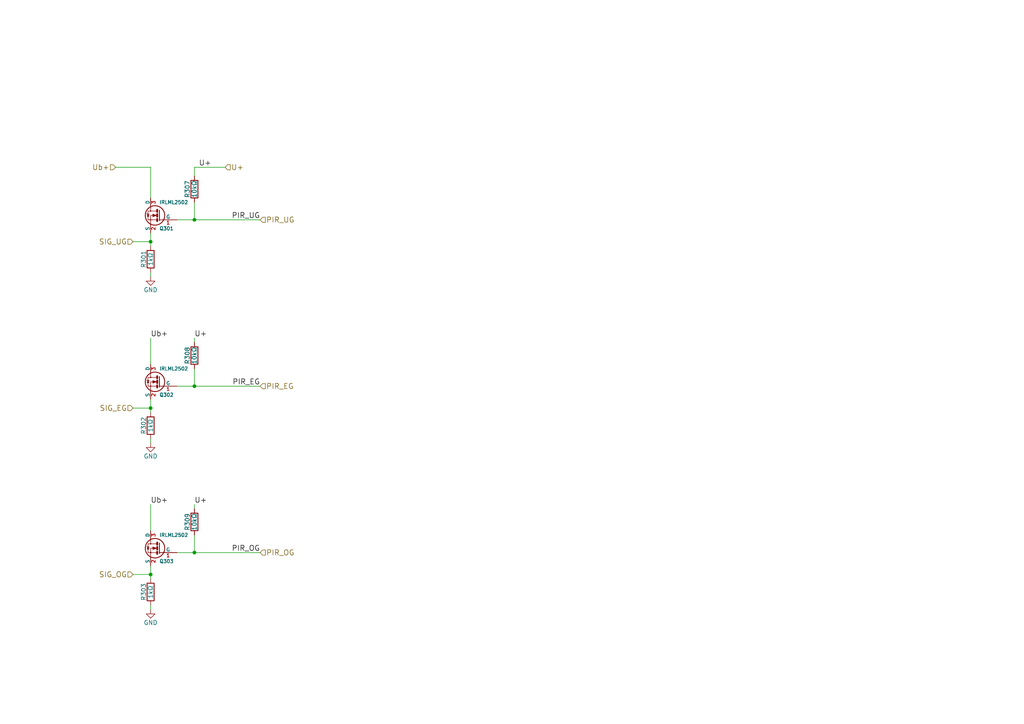
<source format=kicad_sch>
(kicad_sch (version 20230121) (generator eeschema)
  (paper "A4")
  (title_block (title "TL2C - Timed LED Lighting Controller") (date "2017-07-16") (rev "2L.2"))
  (lib_symbols
    (symbol "Device:R" (pin_numbers hide) (pin_names (offset 0))
      (property "Reference" "R" (at 2.032 0 90))
      (property "Value" "R" (at 0 0 90))
      (symbol "R_0_1"
        (rectangle (start -1.016 -2.54) (end 1.016 2.54) (stroke (width 0.254)))
      )
      (symbol "R_1_1"
        (pin passive line (at 0 3.81 270) (length 1.27) (name "~") (number "1"))
        (pin passive line (at 0 -3.81 90) (length 1.27) (name "~") (number "2"))
      )
    )
    (symbol "power:GND" (power) (pin_names (offset 0))
      (property "Value" "GND" (at 0 -3.81 0))
      (symbol "GND_0_1"
        (polyline (pts (xy 0 0) (xy 0 -1.27) (xy 1.27 -1.27) (xy 0 -2.54) (xy -1.27 -1.27) (xy 0 -1.27)))
      )
      (symbol "GND_1_1"
        (pin power_in line (at 0 0 270) (length 0) hide (name "GND") (number "1"))
      )
    )
    (symbol "tl2c-symbols:IRLML2502" (pin_names (offset 0))
      (property "Reference" "Q" (at 0 -3.7846 0))
      (property "Value" "IRLML2502" (at 0 3.81 0))
      (symbol "IRLML2502_0_1"
        (polyline (pts (xy 0.635 -1.016) (xy 0.635 -1.651)) (stroke (width 0.508)))
        (polyline (pts (xy 0.635 0.381) (xy 0.635 -0.381)) (stroke (width 0.508)))
        (polyline (pts (xy 0.635 1.651) (xy 0.635 1.016)) (stroke (width 0.508)))
        (polyline (pts (xy 3.048 0.381) (xy 2.921 0.254)))
        (polyline (pts (xy 3.048 0.381) (xy 3.556 0.381)))
        (polyline (pts (xy 3.556 0.381) (xy 3.683 0.508)))
        (polyline (pts (xy 0 1.524) (xy 0 -1.524) (xy 0 -1.524)) (stroke (width 0.254)))
        (polyline (pts (xy 0.762 -1.27) (xy 2.54 -1.27) (xy 2.54 -2.54) (xy 2.54 -2.54)))
        (polyline (pts (xy 0.762 1.27) (xy 2.54 1.27) (xy 2.54 2.54) (xy 2.54 2.54)))
        (polyline (pts (xy 2.54 1.27) (xy 3.302 1.27) (xy 3.302 -1.27) (xy 2.54 -1.27)))
        (polyline (pts (xy 3.302 0.381) (xy 3.048 -0.254) (xy 3.556 -0.254) (xy 3.302 0.381)) (fill (type outline)))
        (polyline (pts (xy 0.762 0) (xy 1.27 0) (xy 2.54 0) (xy 2.54 -1.27) (xy 2.54 -1.27)))
        (polyline (pts (xy 0.889 0) (xy 1.905 0.381) (xy 1.905 -0.381) (xy 0.889 0) (xy 1.016 0) (xy 1.016 0)) (fill (type outline)))
        (circle (center 1.27 0) (radius 2.8194) (stroke (width 0.254)))
        (circle (center 2.54 -1.27) (radius 0.127))
        (circle (center 2.54 1.27) (radius 0.127))
      )
      (symbol "IRLML2502_1_1"
        (pin input line (at -5.08 -1.27 0) (length 5.08) (name "G") (number "1"))
        (pin passive line (at 2.54 -5.08 90) (length 2.54) (name "S") (number "2"))
        (pin passive line (at 2.54 5.08 270) (length 2.54) (name "D") (number "3"))
      )
    )
  )
  (junction (at 43.688 166.624))
  (junction (at 56.388 160.274))
  (junction (at 56.388 63.754))
  (junction (at 43.688 70.104))
  (junction (at 56.388 112.014))
  (junction (at 43.688 118.364))
  (wire (pts (xy 43.688 146.304) (xy 43.688 153.924)))
  (wire (pts (xy 51.308 160.274) (xy 56.388 160.274)))
  (wire (pts (xy 43.688 67.564) (xy 43.688 70.104)))
  (wire (pts (xy 43.688 70.104) (xy 38.608 70.104)))
  (wire (pts (xy 56.388 112.014) (xy 56.388 106.934)))
  (wire (pts (xy 43.688 48.514) (xy 43.688 57.404)))
  (wire (pts (xy 43.688 70.104) (xy 43.688 71.374)))
  (wire (pts (xy 43.688 164.084) (xy 43.688 166.624)))
  (wire (pts (xy 56.388 160.274) (xy 75.438 160.274)))
  (wire (pts (xy 51.308 63.754) (xy 56.388 63.754)))
  (wire (pts (xy 43.688 118.364) (xy 38.608 118.364)))
  (wire (pts (xy 43.688 166.624) (xy 38.608 166.624)))
  (wire (pts (xy 43.688 118.364) (xy 43.688 119.634)))
  (wire (pts (xy 51.308 112.014) (xy 56.388 112.014)))
  (wire (pts (xy 56.388 147.574) (xy 56.388 146.304)))
  (wire (pts (xy 33.528 48.514) (xy 43.688 48.514)))
  (wire (pts (xy 56.388 48.514) (xy 56.388 51.054)))
  (wire (pts (xy 43.688 166.624) (xy 43.688 167.894)))
  (wire (pts (xy 56.388 63.754) (xy 56.388 58.674)))
  (wire (pts (xy 43.688 175.514) (xy 43.688 176.784)))
  (wire (pts (xy 56.388 160.274) (xy 56.388 155.194)))
  (wire (pts (xy 56.388 63.754) (xy 75.438 63.754)))
  (wire (pts (xy 43.688 127.254) (xy 43.688 128.524)))
  (wire (pts (xy 56.388 99.314) (xy 56.388 98.044)))
  (wire (pts (xy 43.688 115.824) (xy 43.688 118.364)))
  (wire (pts (xy 43.688 98.044) (xy 43.688 105.664)))
  (wire (pts (xy 43.688 78.994) (xy 43.688 80.264)))
  (wire (pts (xy 56.388 112.014) (xy 75.438 112.014)))
  (wire (pts (xy 65.278 48.514) (xy 56.388 48.514)))
  (label "Ub+" (at 43.688 146.304 0) (effects (font (size 1.524 1.524))))
  (label "U+" (at 56.388 146.304 0) (effects (font (size 1.524 1.524))))
  (label "U+" (at 57.658 48.514 0) (effects (font (size 1.524 1.524))))
  (label "PIR_OG" (at 75.438 160.274 180) (effects (font (size 1.524 1.524))))
  (label "PIR_EG" (at 75.438 112.014 180) (effects (font (size 1.524 1.524))))
  (label "U+" (at 56.388 98.044 0) (effects (font (size 1.524 1.524))))
  (label "PIR_UG" (at 75.438 63.754 180) (effects (font (size 1.524 1.524))))
  (label "Ub+" (at 43.688 98.044 0) (effects (font (size 1.524 1.524))))
  (hierarchical_label "SIG_OG" (shape input) (at 38.608 166.624 180) (effects (font (size 1.524 1.524))))
  (hierarchical_label "U+" (shape input) (at 65.278 48.514 0) (effects (font (size 1.524 1.524))))
  (hierarchical_label "Ub+" (shape input) (at 33.528 48.514 180) (effects (font (size 1.524 1.524))))
  (hierarchical_label "PIR_UG" (shape input) (at 75.438 63.754 0) (effects (font (size 1.524 1.524))))
  (hierarchical_label "SIG_UG" (shape input) (at 38.608 70.104 180) (effects (font (size 1.524 1.524))))
  (hierarchical_label "PIR_OG" (shape input) (at 75.438 160.274 0) (effects (font (size 1.524 1.524))))
  (hierarchical_label "PIR_EG" (shape input) (at 75.438 112.014 0) (effects (font (size 1.524 1.524))))
  (hierarchical_label "SIG_EG" (shape input) (at 38.608 118.364 180) (effects (font (size 1.524 1.524))))
  (symbol (lib_id "Device:R") (at 56.388 54.864 180) (unit 1)
    (property "Reference" "R307" (at 54.356 54.864 90))
    (property "Value" "10kΩ" (at 56.388 54.864 90))
    (property "Footprint" "Resistors_SMD:R_0805" (effects hide))
  )
  (symbol (lib_id "tl2c-symbols:IRLML2502") (at 46.228 62.484 0) (mirror y) (unit 1)
    (property "Reference" "Q301" (at 46.228 66.2686 0) (effects (font (size 1.016 1.016)) (justify right)))
    (property "Value" "IRLML2502" (at 46.228 58.674 0) (effects (font (size 1.016 1.016)) (justify right)))
    (property "Footprint" "TO_SOT_Packages_SMD:SOT-23" (effects hide))
    (property "MFP" "IRLML2502GTRPBF" (effects hide))
    (property "Conrad-PN" "162827 - 62 " (effects hide))
    (property "Digikey-PN" "IRLML2502GTRPBFCT-ND" (effects hide))
  )
  (symbol (lib_id "Device:R") (at 43.688 75.184 180) (unit 1)
    (property "Reference" "R301" (at 41.656 75.184 90))
    (property "Value" "1kΩ" (at 43.688 75.184 90))
    (property "Footprint" "Resistors_SMD:R_0805" (effects hide))
  )
  (symbol (lib_id "power:GND") (at 43.688 80.264 0) (unit 1)
    (property "Reference" "#PWR022" (effects hide))
    (property "Value" "GND" (at 43.688 84.074 0))
  )
  (symbol (lib_id "Device:R") (at 56.388 103.124 180) (unit 1)
    (property "Reference" "R308" (at 54.356 103.124 90))
    (property "Value" "10kΩ" (at 56.388 103.124 90))
    (property "Footprint" "Resistors_SMD:R_0805" (effects hide))
  )
  (symbol (lib_id "tl2c-symbols:IRLML2502") (at 46.228 110.744 0) (mirror y) (unit 1)
    (property "Reference" "Q302" (at 46.228 114.5286 0) (effects (font (size 1.016 1.016)) (justify right)))
    (property "Value" "IRLML2502" (at 46.228 106.934 0) (effects (font (size 1.016 1.016)) (justify right)))
    (property "Footprint" "TO_SOT_Packages_SMD:SOT-23" (effects hide))
    (property "MFP" "IRLML2502GTRPBF" (effects hide))
    (property "Conrad-PN" "162827 - 62 " (effects hide))
    (property "Digikey-PN" "IRLML2502GTRPBFCT-ND" (effects hide))
  )
  (symbol (lib_id "Device:R") (at 43.688 123.444 180) (unit 1)
    (property "Reference" "R302" (at 41.656 123.444 90))
    (property "Value" "1kΩ" (at 43.688 123.444 90))
    (property "Footprint" "Resistors_SMD:R_0805" (effects hide))
  )
  (symbol (lib_id "power:GND") (at 43.688 128.524 0) (unit 1)
    (property "Reference" "#PWR023" (effects hide))
    (property "Value" "GND" (at 43.688 132.334 0))
  )
  (symbol (lib_id "Device:R") (at 56.388 151.384 180) (unit 1)
    (property "Reference" "R309" (at 54.356 151.384 90))
    (property "Value" "10kΩ" (at 56.388 151.384 90))
    (property "Footprint" "Resistors_SMD:R_0805" (effects hide))
  )
  (symbol (lib_id "tl2c-symbols:IRLML2502") (at 46.228 159.004 0) (mirror y) (unit 1)
    (property "Reference" "Q303" (at 46.228 162.7886 0) (effects (font (size 1.016 1.016)) (justify right)))
    (property "Value" "IRLML2502" (at 46.228 155.194 0) (effects (font (size 1.016 1.016)) (justify right)))
    (property "Footprint" "TO_SOT_Packages_SMD:SOT-23" (effects hide))
    (property "MFP" "IRLML2502GTRPBF" (effects hide))
    (property "Conrad-PN" "162827 - 62 " (effects hide))
    (property "Digikey-PN" "IRLML2502GTRPBFCT-ND" (effects hide))
  )
  (symbol (lib_id "Device:R") (at 43.688 171.704 180) (unit 1)
    (property "Reference" "R303" (at 41.656 171.704 90))
    (property "Value" "1kΩ" (at 43.688 171.704 90))
    (property "Footprint" "Resistors_SMD:R_0805" (effects hide))
  )
  (symbol (lib_id "power:GND") (at 43.688 176.784 0) (unit 1)
    (property "Reference" "#PWR024" (effects hide))
    (property "Value" "GND" (at 43.688 180.594 0))
  )
)
</source>
